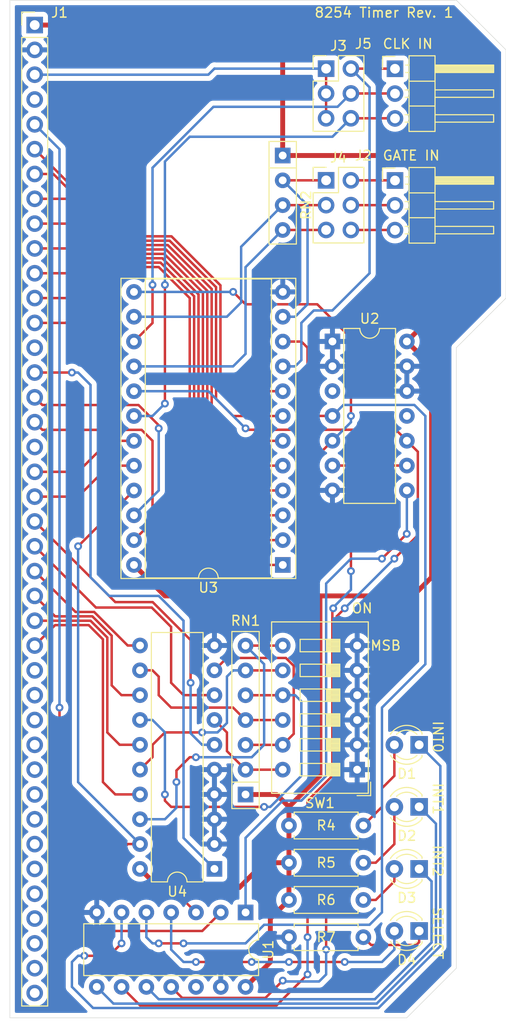
<source format=kicad_pcb>
(kicad_pcb (version 20211014) (generator pcbnew)
  (layers (0 "F.Cu" signal) (31 "B.Cu" signal) (34 "B.Paste" user) (35 "F.Paste" user) (36 "B.SilkS" user "B.Silkscreen") (37 "F.SilkS" user "F.Silkscreen") (38 "B.Mask" user) (39 "F.Mask" user) (44 "Edge.Cuts" user))
  (net 0 "")
  (net 1 "+5V")
  (net 2 "GND")
  (net 3 "CLK")
  (net 5 "INT")
  (net 6 "D0")
  (net 7 "D1")
  (net 8 "D2")
  (net 9 "D3")
  (net 10 "D4")
  (net 11 "D5")
  (net 12 "D6")
  (net 13 "D7")
  (net 15 "IORQ")
  (net 16 "RD")
  (net 17 "WR")
  (net 19 "A0")
  (net 20 "A1")
  (net 21 "A2")
  (net 22 "A3")
  (net 23 "A4")
  (net 24 "A5")
  (net 25 "A6")
  (net 26 "A7")
  (net 41 "Net-(J2-Pad1)")
  (net 42 "Net-(J2-Pad2)")
  (net 43 "Net-(J2-Pad3)")
  (net 44 "TIMER_CLK0")
  (net 45 "TIMER_CLK1")
  (net 46 "TIMER_CLK2")
  (net 47 "TIMER_GATE0")
  (net 48 "TIMER_GATE1")
  (net 49 "TIMER_GATE2")
  (net 50 "Net-(RN1-Pad2)")
  (net 51 "Net-(RN1-Pad3)")
  (net 52 "Net-(RN1-Pad4)")
  (net 53 "Net-(RN1-Pad5)")
  (net 54 "Net-(RN1-Pad6)")
  (net 55 "Net-(RN1-Pad7)")
  (net 56 "Net-(U1-Pad1)")
  (net 57 "CARD_EN")
  (net 58 "TIMER_OUT0")
  (net 59 "TIMER_OUT1")
  (net 60 "TIMER_OUT2")
  (net 63 "Net-(U2-Pad6)")
  (net 65 "Net-(D1-Pad1)")
  (net 66 "Net-(D1-Pad2)")
  (net 67 "Net-(D2-Pad1)")
  (net 68 "Net-(D2-Pad2)")
  (net 69 "Net-(D3-Pad1)")
  (net 70 "Net-(D3-Pad2)")
  (net 71 "Net-(D4-Pad1)")
  (net 72 "Net-(D4-Pad2)")
  (footprint "Resistor_THT:R_Axial_DIN0207_L6.3mm_D2.5mm_P7.62mm_Horizontal" (layer "F.Cu") (at 144.145 130.175)
    (fp_text reference "R5")
    (fp_text value "470")
  )
  (footprint "LED_THT:LED_D3.0mm" (layer "F.Cu") (at 157.48 137.16 180)
    (fp_text reference "D4")
    (fp_text value "LED")
  )
  (footprint "Package_DIP:DIP-14_W7.62mm" (layer "F.Cu") (at 148.6 76.83)
    (fp_text reference "U2")
    (fp_text value "74LS32")
  )
  (footprint "Resistor_THT:R_Axial_DIN0207_L6.3mm_D2.5mm_P7.62mm_Horizontal" (layer "F.Cu") (at 151.765 126.365 180)
    (fp_text reference "R4")
    (fp_text value "470")
  )
  (footprint "Connector_PinHeader_2.54mm:PinHeader_2x03_P2.54mm_Vertical" (layer "F.Cu") (at 147.95 48.91)
    (fp_text reference "J3")
    (fp_text value "Conn_02x03_Odd_Even")
  )
  (footprint "LED_THT:LED_D3.0mm" (layer "F.Cu") (at 157.48 130.81 180)
    (fp_text reference "D3")
    (fp_text value "LED")
  )
  (footprint "Package_DIP:DIP-24_W15.24mm_Socket" (layer "F.Cu") (at 143.515 99.7 180)
    (fp_text reference "U3")
    (fp_text value "8254")
  )
  (footprint "Package_DIP:DIP-20_W7.62mm" (layer "F.Cu") (at 136.515 130.805 180)
    (fp_text reference "U4")
    (fp_text value "74LS688")
  )
  (footprint "Connector_PinHeader_2.54mm:PinHeader_1x03_P2.54mm_Horizontal" (layer "F.Cu") (at 155.005 48.925)
    (fp_text reference "J5")
    (fp_text value "Conn_01x03_Male")
  )
  (footprint "Connector_PinHeader_2.54mm:PinHeader_2x03_P2.54mm_Vertical" (layer "F.Cu") (at 147.95 60.34)
    (fp_text reference "J4")
    (fp_text value "Conn_02x03_Odd_Even")
  )
  (footprint "Connector_PinHeader_2.54mm:PinHeader_1x03_P2.54mm_Horizontal" (layer "F.Cu") (at 155.005 60.355)
    (fp_text reference "J2")
    (fp_text value "Conn_01x03_Male")
  )
  (footprint "LED_THT:LED_D3.0mm" (layer "F.Cu") (at 157.48 118.11 180)
    (fp_text reference "D1")
    (fp_text value "LED")
  )
  (footprint "Button_Switch_THT:SW_DIP_SPSTx06_Slide_9.78x17.42mm_W7.62mm_P2.54mm" (layer "F.Cu") (at 151.13 120.65 180)
    (fp_text reference "SW1")
    (fp_text value "SW_DIP_x06")
  )
  (footprint "Resistor_THT:R_Axial_DIN0207_L6.3mm_D2.5mm_P7.62mm_Horizontal" (layer "F.Cu") (at 151.765 133.985 180)
    (fp_text reference "R6")
    (fp_text value "470")
  )
  (footprint "Connector_PinHeader_2.54mm:PinHeader_1x40_P2.54mm_Vertical" (layer "F.Cu") (at 118.11 44.45)
    (fp_text reference "J1")
    (fp_text value "Bus_Wide")
  )
  (footprint "Package_DIP:DIP-14_W7.62mm" (layer "F.Cu") (at 139.705 135.265 -90)
    (fp_text reference "U1")
    (fp_text value "74LS04")
  )
  (footprint "Resistor_THT:R_Axial_DIN0207_L6.3mm_D2.5mm_P7.62mm_Horizontal" (layer "F.Cu") (at 151.765 137.795 180)
    (fp_text reference "R7")
    (fp_text value "470")
  )
  (footprint "Resistor_THT:R_Array_SIP4" (layer "F.Cu") (at 143.505 57.8 -90)
    (fp_text reference "RN2")
    (fp_text value "10k")
  )
  (footprint "LED_THT:LED_D3.0mm" (layer "F.Cu") (at 157.48 124.46 180)
    (fp_text reference "D2")
    (fp_text value "LED")
  )
  (footprint "Resistor_THT:R_Array_SIP7" (layer "F.Cu") (at 139.7 123.195 90)
    (fp_text reference "RN1")
    (fp_text value "10k")
  )
  (gr_poly (pts (xy 166.37 46.99) (xy 166.37 72.39) (xy 161.29 77.47) (xy 161.29 140.97) (xy 156.21 146.05) (xy 115.57 146.05) (xy 115.57 41.91) (xy 161.29 41.91)) (layer "Edge.Cuts") (width 0.05) (fill none))
  (gr_text "INT2" (at 159.385 128.27 270) (layer "F.SilkS") (effects (font (size 1 1)) (justify left)))
  (gr_text "8254 Timer Rev. 1" (at 146.685 43.18) (layer "F.SilkS") (effects (font (size 1 1)) (justify left)))
  (gr_text "INT0" (at 159.385 115.57 270) (layer "F.SilkS") (effects (font (size 1 1)) (justify left)))
  (gr_text "SELECT" (at 159.385 134.62 270) (layer "F.SilkS") (effects (font (size 1 1)) (justify left)))
  (gr_text "INT1" (at 159.385 121.92 270) (layer "F.SilkS") (effects (font (size 1 1)) (justify left)))
  (gr_text "ON" (at 150.495 104.14) (layer "F.SilkS") (effects (font (size 1 1)) (justify left)))
  (gr_text "MSB" (at 152.4 107.95) (layer "F.SilkS") (effects (font (size 1 1)) (justify left)))
  (gr_text "GATE IN" (at 153.665 57.8) (layer "F.SilkS") (effects (font (size 1 1)) (justify left)))
  (gr_text "CLK IN" (at 153.665 46.37) (layer "F.SilkS") (effects (font (size 1 1)) (justify left)))
  (segment (start 139.705 142.885) (end 142.24 140.35) (width 0.5) (layer "F.Cu") (net 1))
  (segment (start 143.505 57.8) (end 155.59 57.8) (width 0.5) (layer "F.Cu") (net 1))
  (segment (start 144.145 130.175) (end 144.145 133.985) (width 0.5) (layer "F.Cu") (net 1))
  (segment (start 157.48 59.69) (end 157.48 75.57) (width 0.5) (layer "F.Cu") (net 1))
  (segment (start 128.275 99.7) (end 131.445 102.87) (width 0.5) (layer "F.Cu") (net 1))
  (segment (start 128.895 130.805) (end 130.805 132.715) (width 0.5) (layer "F.Cu") (net 1))
  (segment (start 141.605 44.45) (end 143.505 46.35) (width 0.5) (layer "F.Cu") (net 1))
  (segment (start 147.32 102.87) (end 156.845 102.87) (width 0.5) (layer "F.Cu") (net 1))
  (segment (start 147.32 121.285) (end 147.32 102.87) (width 0.5) (layer "F.Cu") (net 1))
  (segment (start 155.59 57.8) (end 157.48 59.69) (width 0.5) (layer "F.Cu") (net 1))
  (segment (start 130.805 132.715) (end 139.065 132.715) (width 0.5) (layer "F.Cu") (net 1))
  (segment (start 142.24 135.89) (end 144.145 133.985) (width 0.5) (layer "F.Cu") (net 1))
  (segment (start 141.605 130.175) (end 144.145 130.175) (width 0.5) (layer "F.Cu") (net 1))
  (segment (start 156.845 102.87) (end 158.75 100.965) (width 0.5) (layer "F.Cu") (net 1))
  (segment (start 158.75 100.965) (end 158.75 79.36) (width 0.5) (layer "F.Cu") (net 1))
  (segment (start 144.145 124.46) (end 144.145 126.365) (width 0.5) (layer "F.Cu") (net 1))
  (segment (start 139.065 132.715) (end 141.605 130.175) (width 0.5) (layer "F.Cu") (net 1))
  (segment (start 144.145 124.46) (end 147.32 121.285) (width 0.5) (layer "F.Cu") (net 1))
  (segment (start 158.75 79.36) (end 156.22 76.83) (width 0.5) (layer "F.Cu") (net 1))
  (segment (start 142.88 123.195) (end 144.145 124.46) (width 0.5) (layer "F.Cu") (net 1))
  (segment (start 139.7 123.195) (end 142.88 123.195) (width 0.5) (layer "F.Cu") (net 1))
  (segment (start 131.445 102.87) (end 147.32 102.87) (width 0.5) (layer "F.Cu") (net 1))
  (segment (start 143.505 46.35) (end 143.505 57.8) (width 0.5) (layer "F.Cu") (net 1))
  (segment (start 157.48 75.57) (end 156.22 76.83) (width 0.5) (layer "F.Cu") (net 1))
  (segment (start 118.11 44.45) (end 141.605 44.45) (width 0.5) (layer "F.Cu") (net 1))
  (segment (start 144.145 126.365) (end 144.145 130.175) (width 0.5) (layer "F.Cu") (net 1))
  (segment (start 142.24 140.35) (end 142.24 135.89) (width 0.5) (layer "F.Cu") (net 1))
  (segment (start 147.95 48.91) (end 147.95 51.45) (width 0.25) (layer "F.Cu") (net 3))
  (segment (start 147.95 51.45) (end 147.95 53.99) (width 0.25) (layer "F.Cu") (net 3))
  (segment (start 136.54 48.91) (end 147.95 48.91) (width 0.25) (layer "B.Cu") (net 3))
  (segment (start 136.525 48.895) (end 136.54 48.91) (width 0.25) (layer "B.Cu") (net 3))
  (segment (start 118.11 49.53) (end 135.89 49.53) (width 0.25) (layer "B.Cu") (net 3))
  (segment (start 135.89 49.53) (end 136.525 48.895) (width 0.25) (layer "B.Cu") (net 3))
  (segment (start 137.165 135.265) (end 135.27 137.16) (width 0.25) (layer "F.Cu") (net 5))
  (segment (start 120.65 135.89) (end 120.65 114.3) (width 0.25) (layer "F.Cu") (net 5))
  (segment (start 135.27 137.16) (end 121.92 137.16) (width 0.25) (layer "F.Cu") (net 5))
  (segment (start 121.92 137.16) (end 120.65 135.89) (width 0.25) (layer "F.Cu") (net 5))
  (via (at 120.65 114.3) (size 0.8) (drill 0.4) (layers "F.Cu" "B.Cu") (net 5))
  (segment (start 120.65 114.3) (end 120.65 57.15) (width 0.25) (layer "B.Cu") (net 5))
  (segment (start 120.65 57.15) (end 118.11 54.61) (width 0.25) (layer "B.Cu") (net 5))
  (segment (start 138.435 81.92) (end 143.515 81.92) (width 0.25) (layer "F.Cu") (net 6))
  (segment (start 137.13164 80.61664) (end 138.435 81.92) (width 0.25) (layer "F.Cu") (net 6))
  (segment (start 118.11 57.15) (end 118.11287 57.15) (width 0.25) (layer "F.Cu") (net 6))
  (segment (start 132.11338 66.06836) (end 137.13164 71.086621) (width 0.25) (layer "F.Cu") (net 6))
  (segment (start 118.11287 57.15) (end 127.03123 66.06836) (width 0.25) (layer "F.Cu") (net 6))
  (segment (start 137.13164 71.086621) (end 137.13164 80.61664) (width 0.25) (layer "F.Cu") (net 6))
  (segment (start 127.03123 66.06836) (end 132.11338 66.06836) (width 0.25) (layer "F.Cu") (net 6))
  (segment (start 131.927183 66.51788) (end 136.68212 71.272818) (width 0.25) (layer "F.Cu") (net 7))
  (segment (start 120.017153 59.69) (end 126.845033 66.51788) (width 0.25) (layer "F.Cu") (net 7))
  (segment (start 136.68212 82.70712) (end 138.435 84.46) (width 0.25) (layer "F.Cu") (net 7))
  (segment (start 126.845033 66.51788) (end 131.927183 66.51788) (width 0.25) (layer "F.Cu") (net 7))
  (segment (start 118.11 59.69) (end 120.017153 59.69) (width 0.25) (layer "F.Cu") (net 7))
  (segment (start 138.435 84.46) (end 143.515 84.46) (width 0.25) (layer "F.Cu") (net 7))
  (segment (start 136.68212 71.272818) (end 136.68212 82.70712) (width 0.25) (layer "F.Cu") (net 7))
  (segment (start 136.2326 85.725) (end 137.5076 87) (width 0.25) (layer "F.Cu") (net 8))
  (segment (start 136.2326 71.459015) (end 136.2326 85.725) (width 0.25) (layer "F.Cu") (net 8))
  (segment (start 126.658836 66.9674) (end 131.740986 66.9674) (width 0.25) (layer "F.Cu") (net 8))
  (segment (start 137.5076 87) (end 143.515 87) (width 0.25) (layer "F.Cu") (net 8))
  (segment (start 131.740986 66.9674) (end 136.2326 71.459015) (width 0.25) (layer "F.Cu") (net 8))
  (segment (start 121.921436 62.23) (end 126.658836 66.9674) (width 0.25) (layer "F.Cu") (net 8))
  (segment (start 118.11 62.23) (end 121.921436 62.23) (width 0.25) (layer "F.Cu") (net 8))
  (segment (start 135.78308 71.645212) (end 135.78308 88.265) (width 0.25) (layer "F.Cu") (net 9))
  (segment (start 137.05808 89.54) (end 143.515 89.54) (width 0.25) (layer "F.Cu") (net 9))
  (segment (start 126.472638 67.41692) (end 131.554788 67.41692) (width 0.25) (layer "F.Cu") (net 9))
  (segment (start 135.78308 88.265) (end 137.05808 89.54) (width 0.25) (layer "F.Cu") (net 9))
  (segment (start 118.11 64.77) (end 123.825718 64.77) (width 0.25) (layer "F.Cu") (net 9))
  (segment (start 123.825718 64.77) (end 126.472638 67.41692) (width 0.25) (layer "F.Cu") (net 9))
  (segment (start 131.554788 67.41692) (end 135.78308 71.645212) (width 0.25) (layer "F.Cu") (net 9))
  (segment (start 137.165 92.08) (end 143.515 92.08) (width 0.25) (layer "F.Cu") (net 10))
  (segment (start 135.33356 90.24856) (end 137.165 92.08) (width 0.25) (layer "F.Cu") (net 10))
  (segment (start 118.11 67.31) (end 125.73 67.31) (width 0.25) (layer "F.Cu") (net 10))
  (segment (start 135.33356 71.831409) (end 135.33356 90.24856) (width 0.25) (layer "F.Cu") (net 10))
  (segment (start 126.28644 67.86644) (end 131.368591 67.86644) (width 0.25) (layer "F.Cu") (net 10))
  (segment (start 125.73 67.31) (end 126.28644 67.86644) (width 0.25) (layer "F.Cu") (net 10))
  (segment (start 131.368591 67.86644) (end 135.33356 71.831409) (width 0.25) (layer "F.Cu") (net 10))
  (segment (start 118.11 69.85) (end 125.093565 69.85) (width 0.25) (layer "F.Cu") (net 11))
  (segment (start 136.53 94.62) (end 143.515 94.62) (width 0.25) (layer "F.Cu") (net 11))
  (segment (start 134.88404 72.017606) (end 134.88404 92.97404) (width 0.25) (layer "F.Cu") (net 11))
  (segment (start 125.093565 69.85) (end 126.627606 68.31596) (width 0.25) (layer "F.Cu") (net 11))
  (segment (start 131.182394 68.31596) (end 134.88404 72.017606) (width 0.25) (layer "F.Cu") (net 11))
  (segment (start 134.88404 92.97404) (end 136.53 94.62) (width 0.25) (layer "F.Cu") (net 11))
  (segment (start 126.627606 68.31596) (end 131.182394 68.31596) (width 0.25) (layer "F.Cu") (net 11))
  (segment (start 135.895 97.16) (end 143.515 97.16) (width 0.25) (layer "F.Cu") (net 12))
  (segment (start 130.996197 68.76548) (end 134.43452 72.203803) (width 0.25) (layer "F.Cu") (net 12))
  (segment (start 118.11 72.39) (end 123.189282 72.39) (width 0.25) (layer "F.Cu") (net 12))
  (segment (start 126.813803 68.76548) (end 130.996197 68.76548) (width 0.25) (layer "F.Cu") (net 12))
  (segment (start 134.43452 72.203803) (end 134.43452 95.69952) (width 0.25) (layer "F.Cu") (net 12))
  (segment (start 134.43452 95.69952) (end 135.895 97.16) (width 0.25) (layer "F.Cu") (net 12))
  (segment (start 123.189282 72.39) (end 126.813803 68.76548) (width 0.25) (layer "F.Cu") (net 12))
  (segment (start 130.81 69.215) (end 133.985 72.39) (width 0.25) (layer "F.Cu") (net 13))
  (segment (start 135.895 99.7) (end 143.515 99.7) (width 0.25) (layer "F.Cu") (net 13))
  (segment (start 133.985 97.79) (end 135.895 99.7) (width 0.25) (layer "F.Cu") (net 13))
  (segment (start 118.11 74.93) (end 121.285 74.93) (width 0.25) (layer "F.Cu") (net 13))
  (segment (start 127 69.215) (end 130.81 69.215) (width 0.25) (layer "F.Cu") (net 13))
  (segment (start 121.285 74.93) (end 127 69.215) (width 0.25) (layer "F.Cu") (net 13))
  (segment (start 133.985 72.39) (end 133.985 97.79) (width 0.25) (layer "F.Cu") (net 13))
  (segment (start 121.92 80.01) (end 118.11 80.01) (width 0.25) (layer "F.Cu") (net 15))
  (via (at 121.92 80.01) (size 0.8) (drill 0.4) (layers "F.Cu" "B.Cu") (net 15))
  (segment (start 130.81 102.87) (end 133.35 105.41) (width 0.25) (layer "B.Cu") (net 15))
  (segment (start 136.515 130.805) (end 133.35 127.64) (width 0.25) (layer "B.Cu") (net 15))
  (segment (start 133.35 127.64) (end 133.35 105.41) (width 0.25) (layer "B.Cu") (net 15))
  (segment (start 123.825 81.28) (end 122.555 80.01) (width 0.25) (layer "B.Cu") (net 15))
  (segment (start 130.81 102.87) (end 125.73 102.87) (width 0.25) (layer "B.Cu") (net 15))
  (segment (start 123.825 100.965) (end 123.825 81.28) (width 0.25) (layer "B.Cu") (net 15))
  (segment (start 122.555 80.01) (end 121.92 80.01) (width 0.25) (layer "B.Cu") (net 15))
  (segment (start 123.825 100.965) (end 125.73 102.87) (width 0.25) (layer "B.Cu") (net 15))
  (segment (start 118.11 82.55) (end 118.895489 83.335489) (width 0.25) (layer "F.Cu") (net 16))
  (segment (start 130.81 85.4047) (end 130.81 85.725) (width 0.25) (layer "F.Cu") (net 16))
  (segment (start 128.740789 83.335489) (end 130.81 85.4047) (width 0.25) (layer "F.Cu") (net 16))
  (segment (start 118.895489 83.335489) (end 128.740789 83.335489) (width 0.25) (layer "F.Cu") (net 16))
  (via (at 130.81 85.725) (size 0.8) (drill 0.4) (layers "F.Cu" "B.Cu") (net 16))
  (segment (start 130.81 92.085) (end 128.275 94.62) (width 0.25) (layer "B.Cu") (net 16))
  (segment (start 130.81 85.725) (end 130.81 92.085) (width 0.25) (layer "B.Cu") (net 16))
  (segment (start 129.055489 85.875489) (end 130.175 86.995) (width 0.25) (layer "F.Cu") (net 17))
  (segment (start 118.895489 85.875489) (end 129.055489 85.875489) (width 0.25) (layer "F.Cu") (net 17))
  (segment (start 130.175 95.26) (end 128.275 97.16) (width 0.25) (layer "F.Cu") (net 17))
  (segment (start 130.175 86.995) (end 130.175 95.26) (width 0.25) (layer "F.Cu") (net 17))
  (segment (start 118.11 85.09) (end 118.895489 85.875489) (width 0.25) (layer "F.Cu") (net 17))
  (segment (start 125.725 87) (end 128.275 87) (width 0.25) (layer "F.Cu") (net 19))
  (segment (start 122.555 90.17) (end 125.725 87) (width 0.25) (layer "F.Cu") (net 19))
  (segment (start 118.11 90.17) (end 122.555 90.17) (width 0.25) (layer "F.Cu") (net 19))
  (segment (start 125.73 89.535) (end 125.735 89.54) (width 0.25) (layer "F.Cu") (net 20))
  (segment (start 118.11 92.71) (end 122.555 92.71) (width 0.25) (layer "F.Cu") (net 20))
  (segment (start 122.555 92.71) (end 125.73 89.535) (width 0.25) (layer "F.Cu") (net 20))
  (segment (start 125.735 89.54) (end 128.275 89.54) (width 0.25) (layer "F.Cu") (net 20))
  (segment (start 126.365 103.505) (end 130.193722 103.505) (width 0.25) (layer "F.Cu") (net 21))
  (segment (start 134.0745 107.385778) (end 134.0745 111.76) (width 0.25) (layer "F.Cu") (net 21))
  (segment (start 130.193722 103.505) (end 134.0745 107.385778) (width 0.25) (layer "F.Cu") (net 21))
  (segment (start 118.11 95.25) (end 126.365 103.505) (width 0.25) (layer "F.Cu") (net 21))
  (via (at 134.0745 111.76) (size 0.8) (drill 0.4) (layers "F.Cu" "B.Cu") (net 21))
  (segment (start 134.0745 116.9295) (end 135.25 118.105) (width 0.25) (layer "B.Cu") (net 21))
  (segment (start 134.0745 111.76) (end 134.0745 116.9295) (width 0.25) (layer "B.Cu") (net 21))
  (segment (start 135.25 118.105) (end 136.515 118.105) (width 0.25) (layer "B.Cu") (net 21))
  (segment (start 118.11 97.79) (end 124.38144 104.06144) (width 0.25) (layer "F.Cu") (net 22))
  (segment (start 133.355 113.025) (end 136.515 113.025) (width 0.25) (layer "F.Cu") (net 22))
  (segment (start 124.38144 104.06144) (end 130.09644 104.06144) (width 0.25) (layer "F.Cu") (net 22))
  (segment (start 133.35 113.03) (end 133.355 113.025) (width 0.25) (layer "F.Cu") (net 22))
  (segment (start 130.09644 104.06144) (end 132.08 106.045) (width 0.25) (layer "F.Cu") (net 22))
  (segment (start 132.08 106.045) (end 132.08 111.76) (width 0.25) (layer "F.Cu") (net 22))
  (segment (start 132.08 111.76) (end 133.35 113.03) (width 0.25) (layer "F.Cu") (net 22))
  (segment (start 127.637849 107.945) (end 128.895 107.945) (width 0.25) (layer "F.Cu") (net 23))
  (segment (start 118.11 100.33) (end 122.29096 104.51096) (width 0.25) (layer "F.Cu") (net 23))
  (segment (start 124.198111 104.51096) (end 127.635 107.947849) (width 0.25) (layer "F.Cu") (net 23))
  (segment (start 127.635 107.947849) (end 127.637849 107.945) (width 0.25) (layer "F.Cu") (net 23))
  (segment (start 122.29096 104.51096) (end 124.198111 104.51096) (width 0.25) (layer "F.Cu") (net 23))
  (segment (start 126.995 113.025) (end 128.895 113.025) (width 0.25) (layer "F.Cu") (net 24))
  (segment (start 120.20048 104.96048) (end 124.011915 104.96048) (width 0.25) (layer "F.Cu") (net 24))
  (segment (start 118.11 102.87) (end 120.20048 104.96048) (width 0.25) (layer "F.Cu") (net 24))
  (segment (start 125.99404 106.942606) (end 125.99404 112.02404) (width 0.25) (layer "F.Cu") (net 24))
  (segment (start 125.99404 112.02404) (end 126.995 113.025) (width 0.25) (layer "F.Cu") (net 24))
  (segment (start 124.011915 104.96048) (end 125.99404 106.942606) (width 0.25) (layer "F.Cu") (net 24))
  (segment (start 125.54452 116.84) (end 125.54452 107.128803) (width 0.25) (layer "F.Cu") (net 25))
  (segment (start 126.80952 118.105) (end 125.54452 116.84) (width 0.25) (layer "F.Cu") (net 25))
  (segment (start 125.54452 107.128803) (end 123.825717 105.41) (width 0.25) (layer "F.Cu") (net 25))
  (segment (start 118.11 105.41) (end 123.825717 105.41) (width 0.25) (layer "F.Cu") (net 25))
  (segment (start 128.895 118.105) (end 126.80952 118.105) (width 0.25) (layer "F.Cu") (net 25))
  (segment (start 123.63952 105.85952) (end 125.095 107.315) (width 0.25) (layer "F.Cu") (net 26))
  (segment (start 118.11 107.95) (end 120.20048 105.85952) (width 0.25) (layer "F.Cu") (net 26))
  (segment (start 120.20048 105.85952) (end 123.63952 105.85952) (width 0.25) (layer "F.Cu") (net 26))
  (segment (start 125.095 107.315) (end 125.095 121.92) (width 0.25) (layer "F.Cu") (net 26))
  (segment (start 126.36 123.185) (end 128.895 123.185) (width 0.25) (layer "F.Cu") (net 26))
  (segment (start 125.095 121.92) (end 126.36 123.185) (width 0.25) (layer "F.Cu") (net 26))
  (segment (start 154.99 60.34) (end 155.005 60.355) (width 0.25) (layer "F.Cu") (net 41))
  (segment (start 150.49 60.34) (end 154.99 60.34) (width 0.25) (layer "F.Cu") (net 41))
  (segment (start 150.49 62.88) (end 154.99 62.88) (width 0.25) (layer "F.Cu") (net 42))
  (segment (start 154.99 62.88) (end 155.005 62.895) (width 0.25) (layer "F.Cu") (net 42))
  (segment (start 154.99 65.42) (end 155.005 65.435) (width 0.25) (layer "F.Cu") (net 43))
  (segment (start 150.49 65.42) (end 154.99 65.42) (width 0.25) (layer "F.Cu") (net 43))
  (segment (start 154.99 48.91) (end 155.005 48.925) (width 0.25) (layer "F.Cu") (net 44))
  (segment (start 150.49 48.91) (end 154.99 48.91) (width 0.25) (layer "F.Cu") (net 44))
  (segment (start 145.415 74.93) (end 145.415 78.74) (width 0.25) (layer "B.Cu") (net 44))
  (segment (start 152.4 69.85) (end 148.59 73.66) (width 0.25) (layer "B.Cu") (net 44))
  (segment (start 145.415 78.74) (end 144.775 79.38) (width 0.25) (layer "B.Cu") (net 44))
  (segment (start 148.59 73.66) (end 146.685 73.66) (width 0.25) (layer "B.Cu") (net 44))
  (segment (start 152.4 50.82) (end 152.4 69.85) (width 0.25) (layer "B.Cu") (net 44))
  (segment (start 150.49 48.91) (end 152.4 50.82) (width 0.25) (layer "B.Cu") (net 44))
  (segment (start 144.775 79.38) (end 143.515 79.38) (width 0.25) (layer "B.Cu") (net 44))
  (segment (start 146.685 73.66) (end 145.415 74.93) (width 0.25) (layer "B.Cu") (net 44))
  (segment (start 130.175 71.0355) (end 130.175 74.94) (width 0.25) (layer "F.Cu") (net 45))
  (segment (start 150.49 51.45) (end 154.99 51.45) (width 0.25) (layer "F.Cu") (net 45))
  (segment (start 130.175 74.94) (end 128.275 76.84) (width 0.25) (layer "F.Cu") (net 45))
  (segment (start 154.99 51.45) (end 155.005 51.465) (width 0.25) (layer "F.Cu") (net 45))
  (via (at 130.175 71.0355) (size 0.8) (drill 0.4) (layers "F.Cu" "B.Cu") (net 45))
  (segment (start 149.124511 52.815489) (end 136.413793 52.815489) (width 0.25) (layer "B.Cu") (net 45))
  (segment (start 130.175 59.054283) (end 136.413793 52.815489) (width 0.25) (layer "B.Cu") (net 45))
  (segment (start 150.49 51.45) (end 149.124511 52.815489) (width 0.25) (layer "B.Cu") (net 45))
  (segment (start 130.175 59.054283) (end 130.175 71.0355) (width 0.25) (layer "B.Cu") (net 45))
  (segment (start 150.49 53.99) (end 154.99 53.99) (width 0.25) (layer "F.Cu") (net 46))
  (segment (start 131.445 71.0355) (end 131.445 83.185) (width 0.25) (layer "F.Cu") (net 46))
  (segment (start 154.99 53.99) (end 155.005 54.005) (width 0.25) (layer "F.Cu") (net 46))
  (via (at 131.445 83.185) (size 0.8) (drill 0.4) (layers "F.Cu" "B.Cu") (net 46))
  (via (at 131.445 71.0355) (size 0.8) (drill 0.4) (layers "F.Cu" "B.Cu") (net 46))
  (segment (start 130.17 84.46) (end 128.275 84.46) (width 0.25) (layer "B.Cu") (net 46))
  (segment (start 131.445 83.185) (end 130.17 84.46) (width 0.25) (layer "B.Cu") (net 46))
  (segment (start 150.49 53.99) (end 148.6 55.88) (width 0.25) (layer "B.Cu") (net 46))
  (segment (start 133.985 55.88) (end 148.6 55.88) (width 0.25) (layer "B.Cu") (net 46))
  (segment (start 131.445 58.42) (end 131.445 71.0355) (width 0.25) (layer "B.Cu") (net 46))
  (segment (start 133.985 55.88) (end 131.445 58.42) (width 0.25) (layer "B.Cu") (net 46))
  (segment (start 147.95 60.34) (end 143.505 60.34) (width 0.25) (layer "F.Cu") (net 47))
  (segment (start 146.05 62.885) (end 146.05 73.025) (width 0.25) (layer "B.Cu") (net 47))
  (segment (start 144.775 74.3) (end 143.515 74.3) (width 0.25) (layer "B.Cu") (net 47))
  (segment (start 143.505 60.34) (end 146.05 62.885) (width 0.25) (layer "B.Cu") (net 47))
  (segment (start 146.05 73.025) (end 144.775 74.3) (width 0.25) (layer "B.Cu") (net 47))
  (segment (start 147.95 62.88) (end 143.505 62.88) (width 0.25) (layer "F.Cu") (net 48))
  (segment (start 143.505 62.88) (end 139.25048 67.13452) (width 0.25) (layer "B.Cu") (net 48))
  (segment (start 137.79 74.3) (end 128.275 74.3) (width 0.25) (layer "B.Cu") (net 48))
  (segment (start 139.25048 67.13452) (end 139.25048 72.83952) (width 0.25) (layer "B.Cu") (net 48))
  (segment (start 139.25048 72.83952) (end 137.79 74.3) (width 0.25) (layer "B.Cu") (net 48))
  (segment (start 147.95 65.42) (end 143.505 65.42) (width 0.25) (layer "F.Cu") (net 49))
  (segment (start 138.425 79.38) (end 128.275 79.38) (width 0.25) (layer "B.Cu") (net 49))
  (segment (start 139.7 69.225) (end 139.7 78.105) (width 0.25) (layer "B.Cu") (net 49))
  (segment (start 139.7 78.105) (end 138.425 79.38) (width 0.25) (layer "B.Cu") (net 49))
  (segment (start 143.505 65.42) (end 139.7 69.225) (width 0.25) (layer "B.Cu") (net 49))
  (segment (start 143.505 120.655) (end 143.51 120.65) (width 0.25) (layer "F.Cu") (net 50))
  (segment (start 139.7 120.655) (end 137.795 118.75) (width 0.25) (layer "F.Cu") (net 50))
  (segment (start 137.795 118.75) (end 137.795 116.845) (width 0.25) (layer "F.Cu") (net 50))
  (segment (start 139.7 120.655) (end 143.505 120.655) (width 0.25) (layer "F.Cu") (net 50))
  (segment (start 137.795 116.845) (end 136.515 115.565) (width 0.25) (layer "F.Cu") (net 50))
  (segment (start 143.8303 109.22) (end 144.634511 110.024211) (width 0.25) (layer "F.Cu") (net 51))
  (segment (start 136.515 110.485) (end 137.78 109.22) (width 0.25) (layer "F.Cu") (net 51))
  (segment (start 143.505 118.115) (end 143.51 118.11) (width 0.25) (layer "F.Cu") (net 51))
  (segment (start 144.634511 110.024211) (end 144.634511 116.985489) (width 0.25) (layer "F.Cu") (net 51))
  (segment (start 139.7 118.115) (end 143.505 118.115) (width 0.25) (layer "F.Cu") (net 51))
  (segment (start 144.634511 116.985489) (end 143.51 118.11) (width 0.25) (layer "F.Cu") (net 51))
  (segment (start 137.78 109.22) (end 143.8303 109.22) (width 0.25) (layer "F.Cu") (net 51))
  (segment (start 130.81 111.125) (end 130.17 110.485) (width 0.25) (layer "F.Cu") (net 52))
  (segment (start 138.425 114.3) (end 132.08 114.3) (width 0.25) (layer "F.Cu") (net 52))
  (segment (start 132.08 114.3) (end 130.81 113.03) (width 0.25) (layer "F.Cu") (net 52))
  (segment (start 139.7 115.575) (end 138.425 114.3) (width 0.25) (layer "F.Cu") (net 52))
  (segment (start 130.81 113.03) (end 130.81 111.125) (width 0.25) (layer "F.Cu") (net 52))
  (segment (start 139.7 115.575) (end 143.505 115.575) (width 0.25) (layer "F.Cu") (net 52))
  (segment (start 143.505 115.575) (end 143.51 115.57) (width 0.25) (layer "F.Cu") (net 52))
  (segment (start 130.17 110.485) (end 128.895 110.485) (width 0.25) (layer "F.Cu") (net 52))
  (segment (start 131.445 123.19) (end 131.445 123.825) (width 0.25) (layer "F.Cu") (net 53))
  (segment (start 132.08 124.46) (end 141.605 124.46) (width 0.25) (layer "F.Cu") (net 53))
  (segment (start 131.445 123.825) (end 132.08 124.46) (width 0.25) (layer "F.Cu") (net 53))
  (segment (start 139.7 113.035) (end 143.505 113.035) (width 0.25) (layer "F.Cu") (net 53))
  (segment (start 143.505 113.035) (end 143.51 113.03) (width 0.25) (layer "F.Cu") (net 53))
  (via (at 141.605 124.46) (size 0.8) (drill 0.4) (layers "F.Cu" "B.Cu") (net 53))
  (via (at 131.445 123.19) (size 0.8) (drill 0.4) (layers "F.Cu" "B.Cu") (net 53))
  (segment (start 144.78 113.03) (end 145.415 113.665) (width 0.25) (layer "B.Cu") (net 53))
  (segment (start 131.445 123.19) (end 131.445 116.84) (width 0.25) (layer "B.Cu") (net 53))
  (segment (start 145.415 121.284283) (end 142.239283 124.46) (width 0.25) (layer "B.Cu") (net 53))
  (segment (start 131.445 116.84) (end 130.17 115.565) (width 0.25) (layer "B.Cu") (net 53))
  (segment (start 130.17 115.565) (end 128.895 115.565) (width 0.25) (layer "B.Cu") (net 53))
  (segment (start 143.51 113.03) (end 144.78 113.03) (width 0.25) (layer "B.Cu") (net 53))
  (segment (start 145.415 113.665) (end 145.415 121.284283) (width 0.25) (layer "B.Cu") (net 53))
  (segment (start 142.239283 124.46) (end 141.605 124.46) (width 0.25) (layer "B.Cu") (net 53))
  (segment (start 130.175 118.11) (end 131.445 116.84) (width 0.25) (layer "F.Cu") (net 54))
  (segment (start 143.505 110.495) (end 143.51 110.49) (width 0.25) (layer "F.Cu") (net 54))
  (segment (start 130.175 119.365) (end 130.175 118.11) (width 0.25) (layer "F.Cu") (net 54))
  (segment (start 139.7 110.495) (end 143.505 110.495) (width 0.25) (layer "F.Cu") (net 54))
  (segment (start 130.16 119.38) (end 130.175 119.365) (width 0.25) (layer "F.Cu") (net 54))
  (segment (start 131.445 116.84) (end 135.255 116.84) (width 0.25) (layer "F.Cu") (net 54))
  (segment (start 128.895 120.645) (end 130.16 119.38) (width 0.25) (layer "F.Cu") (net 54))
  (via (at 135.255 116.84) (size 0.8) (drill 0.4) (layers "F.Cu" "B.Cu") (net 54))
  (segment (start 136.8303 116.84) (end 137.795 115.8753) (width 0.25) (layer "B.Cu") (net 54))
  (segment (start 137.795 115.8753) (end 137.795 111.125) (width 0.25) (layer "B.Cu") (net 54))
  (segment (start 135.255 116.84) (end 136.8303 116.84) (width 0.25) (layer "B.Cu") (net 54))
  (segment (start 138.425 110.495) (end 139.7 110.495) (width 0.25) (layer "B.Cu") (net 54))
  (segment (start 137.795 111.125) (end 138.425 110.495) (width 0.25) (layer "B.Cu") (net 54))
  (segment (start 132.6255 121.92) (end 132.6255 120.7395) (width 0.25) (layer "F.Cu") (net 55))
  (segment (start 143.505 107.955) (end 143.51 107.95) (width 0.25) (layer "F.Cu") (net 55))
  (segment (start 133.985 119.38) (end 134.62 119.38) (width 0.25) (layer "F.Cu") (net 55))
  (segment (start 139.7 107.955) (end 143.505 107.955) (width 0.25) (layer "F.Cu") (net 55))
  (segment (start 132.6255 120.7395) (end 133.985 119.38) (width 0.25) (layer "F.Cu") (net 55))
  (via (at 132.6255 121.92) (size 0.8) (drill 0.4) (layers "F.Cu" "B.Cu") (net 55))
  (via (at 134.62 119.38) (size 0.8) (drill 0.4) (layers "F.Cu" "B.Cu") (net 55))
  (segment (start 128.895 125.725) (end 131.45 125.725) (width 0.25) (layer "B.Cu") (net 55))
  (segment (start 140.335 119.38) (end 141.605 118.11) (width 0.25) (layer "B.Cu") (net 55))
  (segment (start 141.605 118.11) (end 141.605 109.86) (width 0.25) (layer "B.Cu") (net 55))
  (segment (start 141.605 109.86) (end 139.7 107.955) (width 0.25) (layer "B.Cu") (net 55))
  (segment (start 132.6255 124.5495) (end 132.6255 121.92) (width 0.25) (layer "B.Cu") (net 55))
  (segment (start 134.62 119.38) (end 140.335 119.38) (width 0.25) (layer "B.Cu") (net 55))
  (segment (start 131.45 125.725) (end 132.6255 124.5495) (width 0.25) (layer "B.Cu") (net 55))
  (segment (start 156.21 96.52) (end 153.67 99.06) (width 0.25) (layer "F.Cu") (net 56))
  (via (at 156.21 96.52) (size 0.8) (drill 0.4) (layers "F.Cu" "B.Cu") (net 56))
  (via (at 153.67 99.06) (size 0.8) (drill 0.4) (layers "F.Cu" "B.Cu") (net 56))
  (segment (start 139.7 127.635) (end 139.705 127.64) (width 0.25) (layer "B.Cu") (net 56))
  (segment (start 139.705 127.64) (end 139.705 135.265) (width 0.25) (layer "B.Cu") (net 56))
  (segment (start 147.955 121.285) (end 145.415 123.825) (width 0.25) (layer "B.Cu") (net 56))
  (segment (start 156.22 92.07) (end 156.22 96.51) (width 0.25) (layer "B.Cu") (net 56))
  (segment (start 147.955 101.6) (end 147.955 121.285) (width 0.25) (layer "B.Cu") (net 56))
  (segment (start 150.495 99.06) (end 147.955 101.6) (width 0.25) (layer "B.Cu") (net 56))
  (segment (start 153.67 99.06) (end 150.495 99.06) (width 0.25) (layer "B.Cu") (net 56))
  (segment (start 156.22 96.51) (end 156.21 96.52) (width 0.25) (layer "B.Cu") (net 56))
  (segment (start 143.51 123.825) (end 139.7 127.635) (width 0.25) (layer "B.Cu") (net 56))
  (segment (start 145.415 123.825) (end 143.51 123.825) (width 0.25) (layer "B.Cu") (net 56))
  (segment (start 125.74 94.615) (end 125.73 94.625) (width 0.25) (layer "F.Cu") (net 57))
  (segment (start 132.64952 133.28952) (end 128.20952 133.28952) (width 0.25) (layer "F.Cu") (net 57))
  (segment (start 126.365 129.54) (end 127.64 128.265) (width 0.25) (layer "F.Cu") (net 57))
  (segment (start 134.625 135.265) (end 132.64952 133.28952) (width 0.25) (layer "F.Cu") (net 57))
  (segment (start 128.275 92.08) (end 125.74 94.615) (width 0.25) (layer "F.Cu") (net 57))
  (segment (start 126.365 131.445) (end 126.365 129.54) (width 0.25) (layer "F.Cu") (net 57))
  (segment (start 127.64 128.265) (end 128.895 128.265) (width 0.25) (layer "F.Cu") (net 57))
  (segment (start 125.72 94.625) (end 122.555 97.79) (width 0.25) (layer "F.Cu") (net 57))
  (segment (start 128.20952 133.28952) (end 126.365 131.445) (width 0.25) (layer "F.Cu") (net 57))
  (segment (start 125.73 94.625) (end 125.72 94.625) (width 0.25) (layer "F.Cu") (net 57))
  (via (at 122.555 97.79) (size 0.8) (drill 0.4) (layers "F.Cu" "B.Cu") (net 57))
  (segment (start 122.555 121.925) (end 128.895 128.265) (width 0.25) (layer "B.Cu") (net 57))
  (segment (start 122.555 97.79) (end 122.555 121.925) (width 0.25) (layer "B.Cu") (net 57))
  (segment (start 146.05 83.82) (end 146.685 84.455) (width 0.25) (layer "F.Cu") (net 58))
  (segment (start 145.42 76.84) (end 146.05 77.47) (width 0.25) (layer "F.Cu") (net 58))
  (segment (start 146.69 84.45) (end 148.6 84.45) (width 0.25) (layer "F.Cu") (net 58))
  (segment (start 146.685 84.455) (end 146.69 84.45) (width 0.25) (layer "F.Cu") (net 58))
  (segment (start 143.515 76.84) (end 145.42 76.84) (width 0.25) (layer "F.Cu") (net 58))
  (segment (start 146.05 77.47) (end 146.05 83.82) (width 0.25) (layer "F.Cu") (net 58))
  (segment (start 133.35 138.43) (end 130.81 138.43) (width 0.25) (layer "F.Cu") (net 58))
  (via (at 130.81 138.43) (size 0.8) (drill 0.4) (layers "F.Cu" "B.Cu") (net 58))
  (via (at 133.35 138.43) (size 0.8) (drill 0.4) (layers "F.Cu" "B.Cu") (net 58))
  (segment (start 152.4 136.525) (end 141.605 136.525) (width 0.25) (layer "B.Cu") (net 58))
  (segment (start 148.6 84.45) (end 149.724511 83.325489) (width 0.25) (layer "B.Cu") (net 58))
  (segment (start 158.115 109.855) (end 153.67 114.3) (width 0.25) (layer "B.Cu") (net 58))
  (segment (start 158.115 84.455) (end 158.115 109.855) (width 0.25) (layer "B.Cu") (net 58))
  (segment (start 149.724511 83.325489) (end 156.985489 83.325489) (width 0.25) (layer "B.Cu") (net 58))
  (segment (start 139.7 138.43) (end 133.35 138.43) (width 0.25) (layer "B.Cu") (net 58))
  (segment (start 130.81 138.43) (end 130.175 138.43) (width 0.25) (layer "B.Cu") (net 58))
  (segment (start 153.67 135.255) (end 152.4 136.525) (width 0.25) (layer "B.Cu") (net 58))
  (segment (start 153.67 114.3) (end 153.67 135.255) (width 0.25) (layer "B.Cu") (net 58))
  (segment (start 129.545 137.8) (end 129.545 135.265) (width 0.25) (layer "B.Cu") (net 58))
  (segment (start 130.175 138.43) (end 129.545 137.8) (width 0.25) (layer "B.Cu") (net 58))
  (segment (start 141.605 136.525) (end 139.7 138.43) (width 0.25) (layer "B.Cu") (net 58))
  (segment (start 156.985489 83.325489) (end 158.115 84.455) (width 0.25) (layer "B.Cu") (net 58))
  (segment (start 146.05 123.825) (end 148.59 121.285) (width 0.25) (layer "F.Cu") (net 59))
  (segment (start 150.495 76.475978) (end 150.495 84.455) (width 0.25) (layer "F.Cu") (net 59))
  (segment (start 146.05 93.345) (end 146.05 89.54) (width 0.25) (layer "F.Cu") (net 59))
  (segment (start 138.43 71.755) (end 139.7 73.025) (width 0.25) (layer "F.Cu") (net 59))
  (segment (start 128.9 144.78) (end 142.875 144.78) (width 0.25) (layer "F.Cu") (net 59))
  (segment (start 142.875 144.78) (end 146.05 141.605) (width 0.25) (layer "F.Cu") (net 59))
  (segment (start 139.7 73.025) (end 147.044022 73.025) (width 0.25) (layer "F.Cu") (net 59))
  (segment (start 127.005 142.885) (end 128.9 144.78) (width 0.25) (layer "F.Cu") (net 59))
  (segment (start 150.495 100.33) (end 150.495 97.79) (width 0.25) (layer "F.Cu") (net 59))
  (segment (start 146.05 137.795) (end 146.05 123.825) (width 0.25) (layer "F.Cu") (net 59))
  (segment (start 148.59 104.2295) (end 148.6795 104.14) (width 0.25) (layer "F.Cu") (net 59))
  (segment (start 150.495 97.79) (end 146.05 93.345) (width 0.25) (layer "F.Cu") (net 59))
  (segment (start 146.05 89.54) (end 148.6 86.99) (width 0.25) (layer "F.Cu") (net 59))
  (segment (start 148.59 121.285) (end 148.59 104.2295) (width 0.25) (layer "F.Cu") (net 59))
  (segment (start 147.044022 73.025) (end 150.495 76.475978) (width 0.25) (layer "F.Cu") (net 59))
  (via (at 148.6795 104.14) (size 0.8) (drill 0.4) (layers "F.Cu" "B.Cu") (net 59))
  (via (at 138.43 71.755) (size 0.8) (drill 0.4) (layers "F.Cu" "B.Cu") (net 59))
  (via (at 146.05 141.605) (size 0.8) (drill 0.4) (layers "F.Cu" "B.Cu") (net 59))
  (via (at 150.495 84.455) (size 0.8) (drill 0.4) (layers "F.Cu" "B.Cu") (net 59))
  (via (at 146.05 137.795) (size 0.8) (drill 0.4) (layers "F.Cu" "B.Cu") (net 59))
  (via (at 150.495 100.33) (size 0.8) (drill 0.4) (layers "F.Cu" "B.Cu") (net 59))
  (segment (start 150.495 102.235) (end 150.495 100.33) (width 0.25) (layer "B.Cu") (net 59))
  (segment (start 150.495 85.095) (end 148.6 86.99) (width 0.25) (layer "B.Cu") (net 59))
  (segment (start 128.275 71.76) (end 138.425 71.76) (width 0.25) (layer "B.Cu") (net 59))
  (segment (start 146.05 141.605) (end 146.05 137.795) (width 0.25) (layer "B.Cu") (net 59))
  (segment (start 150.495 84.455) (end 150.495 85.095) (width 0.25) (layer "B.Cu") (net 59))
  (segment (start 148.6795 104.14) (end 148.6795 104.0505) (width 0.25) (layer "B.Cu") (net 59))
  (segment (start 138.425 71.76) (end 138.43 71.755) (width 0.25) (layer "B.Cu") (net 59))
  (segment (start 148.6795 104.0505) (end 150.495 102.235) (width 0.25) (layer "B.Cu") (net 59))
  (segment (start 139.840489 85.865489) (end 139.7 85.725) (width 0.25) (layer "F.Cu") (net 60))
  (segment (start 154.94 99.06) (end 157.344511 96.655489) (width 0.25) (layer "F.Cu") (net 60))
  (segment (start 149.03952 121.471197) (end 149.03952 104.96048) (width 0.25) (layer "F.Cu") (net 60))
  (segment (start 147.955 139.065) (end 147.955 122.555718) (width 0.25) (layer "F.Cu") (net 60))
  (segment (start 157.344511 88.114511) (end 156.22 86.99) (width 0.25) (layer "F.Cu") (net 60))
  (segment (start 155.095489 85.865489) (end 139.840489 85.865489) (width 0.25) (layer "F.Cu") (net 60))
  (segment (start 147.955 122.555718) (end 149.03952 121.471197) (width 0.25) (layer "F.Cu") (net 60))
  (segment (start 156.22 86.99) (end 155.095489 85.865489) (width 0.25) (layer "F.Cu") (net 60))
  (segment (start 149.03952 104.96048) (end 149.86 104.14) (width 0.25) (layer "F.Cu") (net 60))
  (segment (start 132.085 142.885) (end 133.209511 144.009511) (width 0.25) (layer "F.Cu") (net 60))
  (segment (start 157.344511 96.655489) (end 157.344511 88.114511) (width 0.25) (layer "F.Cu") (net 60))
  (segment (start 141.740489 144.009511) (end 143.51 142.24) (width 0.25) (layer "F.Cu") (net 60))
  (segment (start 133.209511 144.009511) (end 141.740489 144.009511) (width 0.25) (layer "F.Cu") (net 60))
  (via (at 149.86 104.14) (size 0.8) (drill 0.4) (layers "F.Cu" "B.Cu") (net 60))
  (via (at 154.94 99.06) (size 0.8) (drill 0.4) (layers "F.Cu" "B.Cu") (net 60))
  (via (at 139.7 85.725) (size 0.8) (drill 0.4) (layers "F.Cu" "B.Cu") (net 60))
  (via (at 143.51 142.24) (size 0.8) (drill 0.4) (layers "F.Cu" "B.Cu") (net 60))
  (via (at 147.955 139.065) (size 0.8) (drill 0.4) (layers "F.Cu" "B.Cu") (net 60))
  (segment (start 143.599511 142.329511) (end 147.230489 142.329511) (width 0.25) (layer "B.Cu") (net 60))
  (segment (start 147.230489 142.329511) (end 147.955 141.605) (width 0.25) (layer "B.Cu") (net 60))
  (segment (start 149.86 104.14) (end 154.94 99.06) (width 0.25) (layer "B.Cu") (net 60))
  (segment (start 147.955 141.605) (end 147.955 139.065) (width 0.25) (layer "B.Cu") (net 60))
  (segment (start 135.895 81.92) (end 128.275 81.92) (width 0.25) (layer "B.Cu") (net 60))
  (segment (start 143.51 142.24) (end 143.599511 142.329511) (width 0.25) (layer "B.Cu") (net 60))
  (segment (start 139.7 85.725) (end 135.895 81.92) (width 0.25) (layer "B.Cu") (net 60))
  (segment (start 148.6 89.53) (end 156.22 89.53) (width 0.25) (layer "F.Cu") (net 63))
  (segment (start 125.73 139.7) (end 127.005 138.425) (width 0.25) (layer "F.Cu") (net 65))
  (segment (start 123.19 139.7) (end 125.73 139.7) (width 0.25) (layer "F.Cu") (net 65))
  (via (at 127.005 138.425) (size 0.8) (drill 0.4) (layers "F.Cu" "B.Cu") (net 65))
  (via (at 123.19 139.7) (size 0.8) (drill 0.4) (layers "F.Cu" "B.Cu") (net 65))
  (segment (start 159.64904 120.27904) (end 159.64904 138.711418) (width 0.25) (layer "B.Cu") (net 65))
  (segment (start 127.005 138.425) (end 127.005 135.265) (width 0.25) (layer "B.Cu") (net 65))
  (segment (start 121.92 142.875) (end 121.92 140.335) (width 0.25) (layer "B.Cu") (net 65))
  (segment (start 121.92 140.335) (end 122.555 139.7) (width 0.25) (layer "B.Cu") (net 65))
  (segment (start 159.64904 138.711418) (end 153.316416 145.04404) (width 0.25) (layer "B.Cu") (net 65))
  (segment (start 122.555 139.7) (end 123.19 139.7) (width 0.25) (layer "B.Cu") (net 65))
  (segment (start 157.48 118.11) (end 159.64904 120.27904) (width 0.25) (layer "B.Cu") (net 65))
  (segment (start 124.08904 145.04404) (end 121.92 142.875) (width 0.25) (layer "B.Cu") (net 65))
  (segment (start 153.316416 145.04404) (end 124.08904 145.04404) (width 0.25) (layer "B.Cu") (net 65))
  (segment (start 153.67 124.46) (end 151.765 126.365) (width 0.25) (layer "F.Cu") (net 66))
  (segment (start 154.94 121.285) (end 153.67 122.555) (width 0.25) (layer "F.Cu") (net 66))
  (segment (start 153.67 122.555) (end 153.67 124.46) (width 0.25) (layer "F.Cu") (net 66))
  (segment (start 154.94 118.11) (end 154.94 121.285) (width 0.25) (layer "F.Cu") (net 66))
  (segment (start 153.130219 144.59452) (end 126.17452 144.59452) (width 0.25) (layer "B.Cu") (net 67))
  (segment (start 159.19952 138.52522) (end 153.130219 144.59452) (width 0.25) (layer "B.Cu") (net 67))
  (segment (start 126.17452 144.59452) (end 124.465 142.885) (width 0.25) (layer "B.Cu") (net 67))
  (segment (start 159.19952 126.17952) (end 159.19952 138.52522) (width 0.25) (layer "B.Cu") (net 67))
  (segment (start 157.48 124.46) (end 159.19952 126.17952) (width 0.25) (layer "B.Cu") (net 67))
  (segment (start 153.035 130.175) (end 154.94 128.27) (width 0.25) (layer "F.Cu") (net 68))
  (segment (start 151.765 130.175) (end 153.035 130.175) (width 0.25) (layer "F.Cu") (net 68))
  (segment (start 154.94 128.27) (end 154.94 124.46) (width 0.25) (layer "F.Cu") (net 68))
  (segment (start 130.805 144.145) (end 129.545 142.885) (width 0.25) (layer "B.Cu") (net 69))
  (segment (start 158.75 132.08) (end 158.75 138.339022) (width 0.25) (layer "B.Cu") (net 69))
  (segment (start 157.48 130.81) (end 158.75 132.08) (width 0.25) (layer "B.Cu") (net 69))
  (segment (start 158.75 138.339022) (end 152.944022 144.145) (width 0.25) (layer "B.Cu") (net 69))
  (segment (start 152.944022 144.145) (end 130.805 144.145) (width 0.25) (layer "B.Cu") (net 69))
  (segment (start 154.94 130.81) (end 154.94 132.08) (width 0.25) (layer "F.Cu") (net 70))
  (segment (start 153.035 133.985) (end 151.765 133.985) (width 0.25) (layer "F.Cu") (net 70))
  (segment (start 154.94 132.08) (end 153.035 133.985) (width 0.25) (layer "F.Cu") (net 70))
  (segment (start 157.195001 138.594999) (end 152.564999 138.594999) (width 0.25) (layer "F.Cu") (net 71))
  (segment (start 152.564999 138.594999) (end 151.765 137.795) (width 0.25) (layer "F.Cu") (net 71))
  (segment (start 157.48 137.16) (end 157.48 138.31) (width 0.25) (layer "F.Cu") (net 71))
  (segment (start 157.48 138.31) (end 157.195001 138.594999) (width 0.25) (layer "F.Cu") (net 71))
  (segment (start 149.86 140.335) (end 144.145 140.335) (width 0.25) (layer "F.Cu") (net 72))
  (segment (start 140.335 140.335) (end 134.62 140.335) (width 0.25) (layer "F.Cu") (net 72))
  (via (at 134.62 140.335) (size 0.8) (drill 0.4) (layers "F.Cu" "B.Cu") (net 72))
  (via (at 149.86 140.335) (size 0.8) (drill 0.4) (layers "F.Cu" "B.Cu") (net 72))
  (via (at 140.335 140.335) (size 0.8) (drill 0.4) (layers "F.Cu" "B.Cu") (net 72))
  (via (at 144.145 140.335) (size 0.8) (drill 0.4) (layers "F.Cu" "B.Cu") (net 72))
  (segment (start 134.62 140.335) (end 133.35 140.335) (width 0.25) (layer "B.Cu") (net 72))
  (segment (start 144.145 140.335) (end 140.335 140.335) (width 0.25) (layer "B.Cu") (net 72))
  (segment (start 154.94 139.065) (end 153.67 140.335) (width 0.25) (layer "B.Cu") (net 72))
  (segment (start 133.35 140.335) (end 132.085 139.07) (width 0.25) (layer "B.Cu") (net 72))
  (segment (start 132.085 139.07) (end 132.085 135.265) (width 0.25) (layer "B.Cu") (net 72))
  (segment (start 154.94 137.16) (end 154.94 139.065) (width 0.25) (layer "B.Cu") (net 72))
  (segment (start 153.67 140.335) (end 149.86 140.335) (width 0.25) (layer "B.Cu") (net 72))
  (zone (net 2) (net_name "GND") (layer "B.Cu") (connect_pads (clearance 0.508)) (min_thickness 0.254) (fill yes (thermal_gap 0.508) (thermal_bridge_width 0.508))
    (polygon (pts (xy 166.37 46.99) (xy 166.37 72.39) (xy 161.29 77.47) (xy 161.29 140.97) (xy 156.21 146.05) (xy 115.57 146.05) (xy 115.57 41.91) (xy 161.29 41.91)))
  )
)
</source>
